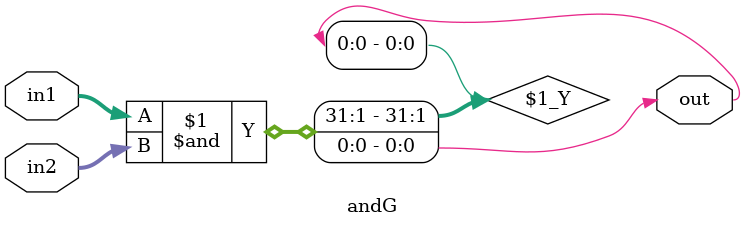
<source format=v>


`timescale 1ns/10ps

module andG (
    in1,
    in2,
    out
);


input [31:0] in1;
input [31:0] in2;
output out;
wire out;





assign out = (in1 & in2);

endmodule

</source>
